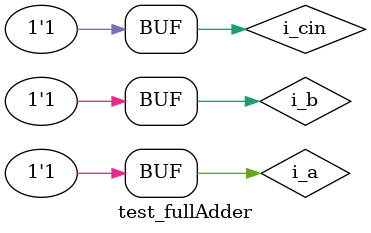
<source format=v>
`timescale 1ns / 1ps


module test_fullAdder;

	// Inputs
	reg i_a;
	reg i_b;
	reg i_cin;

	// Outputs
	wire o_res;
	wire o_cout;

	// Instantiate the Unit Under Test (UUT)
	fullAdder uut (
		.i_a(i_a), 
		.i_b(i_b), 
		.i_cin(i_cin), 
		.o_res(o_res), 
		.o_cout(o_cout)
	);

	initial begin
		// Initialize Inputs
		i_a = 0;
		i_b = 0;
		i_cin = 0;

		// Wait 100 ns for global reset to finish
		#100;
        
		  
		i_a = 0;
		i_b = 0;
		i_cin = 1;

		// Wait 100 ns for global reset to finish
		#100;
		
		i_a = 0;
		i_b = 1;
		i_cin = 0;

		// Wait 100 ns for global reset to finish
		#100;
		
		i_a = 0;
		i_b = 1;
		i_cin = 1;

		// Wait 100 ns for global reset to finish
		#100;
		
		i_a = 1;
		i_b = 0;
		i_cin = 0;

		// Wait 100 ns for global reset to finish
		#100;
		
		i_a = 1;
		i_b = 0;
		i_cin = 1;

		// Wait 100 ns for global reset to finish
		#100;
		
		i_a = 1;
		i_b = 1;
		i_cin = 0;

		// Wait 100 ns for global reset to finish
		#100;
		
		i_a = 1;
		i_b = 1;
		i_cin = 1;

		// Wait 100 ns for global reset to finish
		#100;

	end
      
endmodule


</source>
